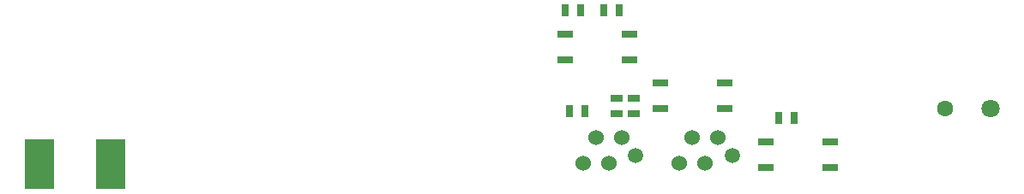
<source format=gbr>
G04 #@! TF.FileFunction,Soldermask,Bot*
%FSLAX46Y46*%
G04 Gerber Fmt 4.6, Leading zero omitted, Abs format (unit mm)*
G04 Created by KiCad (PCBNEW (2015-03-23 BZR 5531)-product) date Tue 31 Mar 2015 22:50:38 CEST*
%MOMM*%
G01*
G04 APERTURE LIST*
%ADD10C,0.150000*%
%ADD11R,1.500000X0.800000*%
%ADD12R,0.635000X1.143000*%
%ADD13R,1.143000X0.635000*%
%ADD14C,1.600000*%
%ADD15C,1.800000*%
%ADD16C,1.524000*%
%ADD17C,1.500000*%
%ADD18R,3.000000X5.000000*%
G04 APERTURE END LIST*
D10*
D11*
X251231000Y-157861000D03*
X251231000Y-155321000D03*
X257531000Y-155321000D03*
X257531000Y-157861000D03*
D12*
X235204000Y-142240000D03*
X236728000Y-142240000D03*
D13*
X236474000Y-151003000D03*
X236474000Y-152527000D03*
D12*
X254000000Y-152908000D03*
X252476000Y-152908000D03*
X232918000Y-142240000D03*
X231394000Y-142240000D03*
X233299000Y-152273000D03*
X231775000Y-152273000D03*
D13*
X238125000Y-152527000D03*
X238125000Y-151003000D03*
D11*
X231419000Y-147193000D03*
X231419000Y-144653000D03*
X237719000Y-144653000D03*
X237719000Y-147193000D03*
X240817000Y-152019000D03*
X240817000Y-149479000D03*
X247117000Y-149479000D03*
X247117000Y-152019000D03*
D14*
X268900000Y-152000000D03*
D15*
X273400000Y-152000000D03*
D16*
X246470000Y-154830000D03*
X245200000Y-157370000D03*
X243930000Y-154830000D03*
X242660000Y-157370000D03*
D17*
X247870000Y-156630000D03*
D16*
X236970000Y-154830000D03*
X235700000Y-157370000D03*
X234430000Y-154830000D03*
X233160000Y-157370000D03*
D17*
X238370000Y-156630000D03*
D18*
X186500000Y-157500000D03*
X179500000Y-157500000D03*
M02*

</source>
